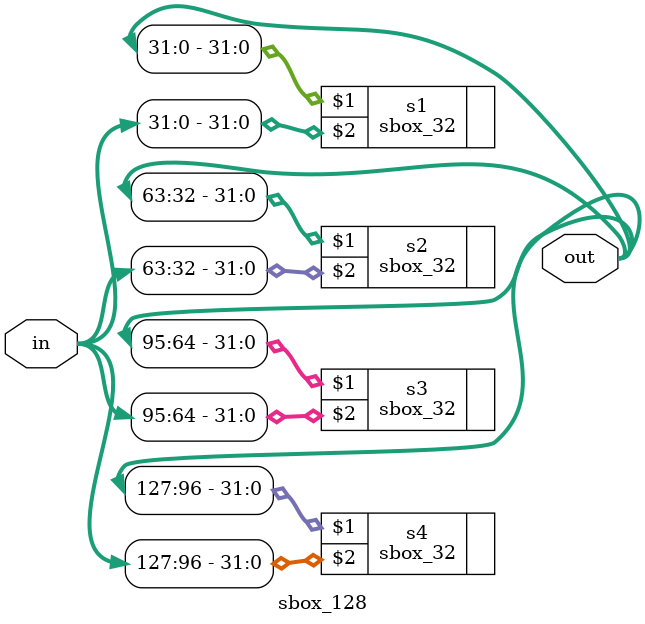
<source format=v>
module sbox_128 (output reg [127:0] out,input [127:0] in);
sbox_32 s1(out[31:0],in[31:0]);
sbox_32 s2(out[63:32],in[63:32]);
sbox_32 s3(out[95:64],in[95:64]);
sbox_32 s4(out[127:96],in[127:96]);
endmodule

</source>
